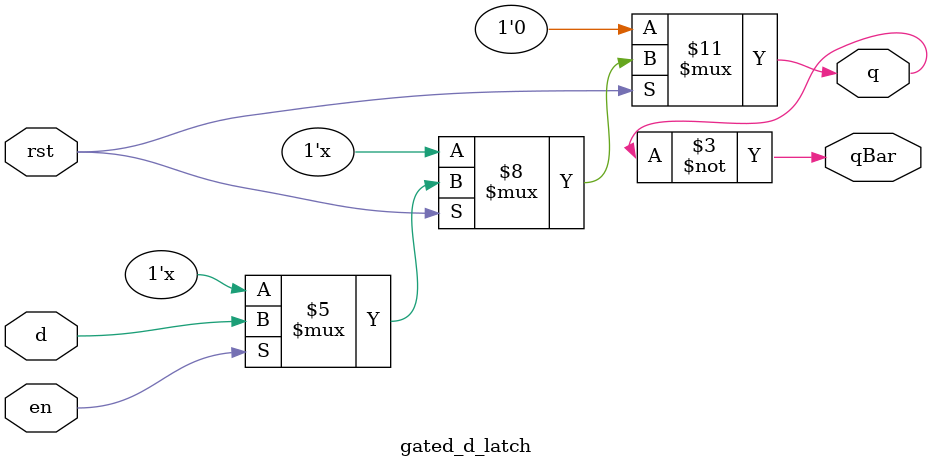
<source format=v>
/*
Author: Lab-provided code
Title: Gated D Latch
Summary: Behavioral model of an D latch
*/

module gated_d_latch(q, qBar, en, d, rst);
   input wire en, d, rst; // latch enable, input data, !reset
   output reg q;  // latch data
   output wire qBar; // latch negated data

   
   // latch logic
   not(qBar, q);
   always @(*) begin
      if(!rst)
         q = 0;
      else if(en)
         q = d;
      else
         q = q;
   end
endmodule 
</source>
